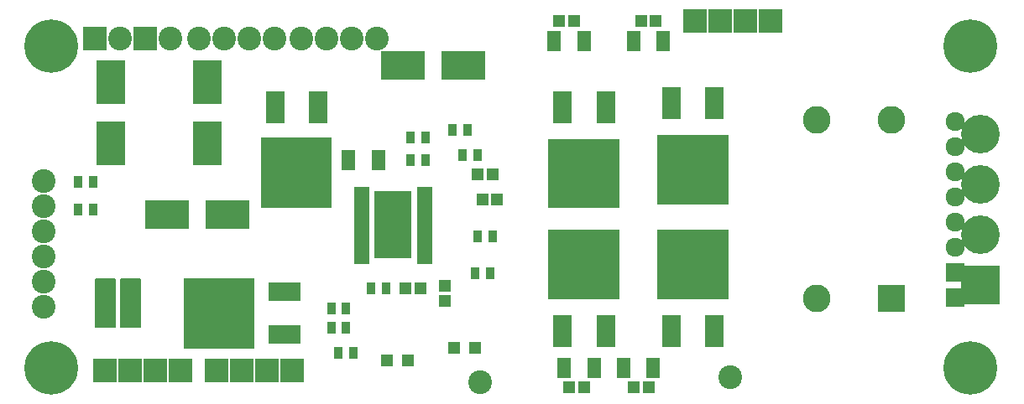
<source format=gbr>
G04 #@! TF.GenerationSoftware,KiCad,Pcbnew,5.0.0-rc2-dev-unknown-94c7809~62~ubuntu16.04.1*
G04 #@! TF.CreationDate,2018-03-26T01:26:19-07:00*
G04 #@! TF.ProjectId,LR7833_Bridge,4C52373833335F4272696467652E6B69,rev?*
G04 #@! TF.SameCoordinates,Original*
G04 #@! TF.FileFunction,Soldermask,Top*
G04 #@! TF.FilePolarity,Negative*
%FSLAX46Y46*%
G04 Gerber Fmt 4.6, Leading zero omitted, Abs format (unit mm)*
G04 Created by KiCad (PCBNEW 5.0.0-rc2-dev-unknown-94c7809~62~ubuntu16.04.1) date Mon Mar 26 01:26:19 2018*
%MOMM*%
%LPD*%
G01*
G04 APERTURE LIST*
%ADD10C,0.150000*%
%ADD11R,2.400000X2.400000*%
%ADD12C,5.400000*%
%ADD13R,2.178000X2.178000*%
%ADD14R,1.950000X3.180000*%
%ADD15R,4.400000X2.900000*%
%ADD16R,1.200000X1.150000*%
%ADD17R,1.150000X1.200000*%
%ADD18R,2.900000X4.400000*%
%ADD19R,1.400000X2.000000*%
%ADD20R,1.200000X1.300000*%
%ADD21C,2.400000*%
%ADD22C,3.900000*%
%ADD23R,3.900000X3.900000*%
%ADD24C,1.924000*%
%ADD25R,1.924000X1.924000*%
%ADD26C,2.800000*%
%ADD27R,2.800000X2.800000*%
%ADD28R,0.900000X1.300000*%
%ADD29R,7.140000X7.130000*%
%ADD30R,3.180000X1.950000*%
%ADD31R,7.130000X7.140000*%
%ADD32R,1.290000X1.500000*%
%ADD33R,1.500000X0.800000*%
G04 APERTURE END LIST*
D10*
G36*
X12700000Y12400000D02*
X10800000Y12400000D01*
X10800000Y7600000D01*
X12700000Y7600000D01*
X12700000Y10100000D01*
X12700000Y12400000D01*
G37*
X12700000Y12400000D02*
X10800000Y12400000D01*
X10800000Y7600000D01*
X12700000Y7600000D01*
X12700000Y10100000D01*
X12700000Y12400000D01*
G36*
X10200000Y12400000D02*
X10200000Y7600000D01*
X8250000Y7600000D01*
X8250000Y12400000D01*
X10200000Y12400000D01*
G37*
X10200000Y12400000D02*
X10200000Y7600000D01*
X8250000Y7600000D01*
X8250000Y12400000D01*
X10200000Y12400000D01*
D11*
X76330000Y38500000D03*
X73790000Y38500000D03*
X71250000Y38500000D03*
X68710000Y38500000D03*
X16810000Y3250000D03*
X14270000Y3250000D03*
X11730000Y3250000D03*
X9190000Y3250000D03*
D12*
X3750000Y36000000D03*
X3750000Y3500000D03*
X96500000Y3500000D03*
D13*
X56600000Y25500000D03*
X58300000Y25500000D03*
X60000000Y25500000D03*
X55000000Y25500000D03*
X55000000Y24100000D03*
X60000000Y24100000D03*
X58300000Y24100000D03*
X56600000Y24100000D03*
X60000000Y22400000D03*
X55000000Y22400000D03*
X56600000Y22400000D03*
X58300000Y22400000D03*
X55000000Y20700000D03*
X56600000Y20700000D03*
X58300000Y20700000D03*
X60000000Y20700000D03*
D14*
X59680000Y29800000D03*
X55320000Y29800000D03*
D15*
X45300000Y34000000D03*
X39200000Y34000000D03*
D16*
X46750000Y23000000D03*
X48250000Y23000000D03*
X48750000Y20500000D03*
X47250000Y20500000D03*
D17*
X43500000Y10250000D03*
X43500000Y11750000D03*
D16*
X56500000Y38500000D03*
X55000000Y38500000D03*
X64750000Y38500000D03*
X63250000Y38500000D03*
X56000000Y1500000D03*
X57500000Y1500000D03*
X62500000Y1500000D03*
X64000000Y1500000D03*
D18*
X9750000Y26200000D03*
X9750000Y32300000D03*
D15*
X21550000Y19000000D03*
X15450000Y19000000D03*
D18*
X19500000Y32300000D03*
X19500000Y26200000D03*
D16*
X41000000Y11500000D03*
X39500000Y11500000D03*
D19*
X36750000Y24500000D03*
X33750000Y24500000D03*
X54500000Y36500000D03*
X57500000Y36500000D03*
X62500000Y36500000D03*
X65500000Y36500000D03*
X58500000Y3500000D03*
X55500000Y3500000D03*
X61500000Y3500000D03*
X64500000Y3500000D03*
D20*
X44400000Y5500000D03*
X46500000Y5500000D03*
X37650000Y4250000D03*
X39750000Y4250000D03*
D21*
X3020000Y22350000D03*
X3020000Y19810000D03*
X3020000Y17270000D03*
X3020000Y14730000D03*
X3020000Y12190000D03*
X3020000Y9650000D03*
D22*
X97500000Y27120000D03*
X97500000Y22040000D03*
X97500000Y16960000D03*
D23*
X97500000Y11880000D03*
D24*
X94960000Y15690000D03*
D25*
X94960000Y13150000D03*
D24*
X94960000Y18230000D03*
X94960000Y20770000D03*
X94960000Y23310000D03*
X94960000Y25850000D03*
D25*
X94960000Y10610000D03*
D24*
X94960000Y28390000D03*
D21*
X15810000Y36770000D03*
D11*
X13270000Y36770000D03*
D21*
X10730000Y36770000D03*
D11*
X8190000Y36770000D03*
X20420000Y3250000D03*
X22960000Y3250000D03*
X25500000Y3250000D03*
X28040000Y3250000D03*
D21*
X28960000Y36750000D03*
X31500000Y36750000D03*
X34040000Y36750000D03*
X36580000Y36750000D03*
X26290000Y36750000D03*
X23750000Y36750000D03*
X21210000Y36750000D03*
X18670000Y36750000D03*
D26*
X81000000Y28500000D03*
X88500000Y28500000D03*
D27*
X88500000Y10500000D03*
D26*
X81000000Y10500000D03*
D28*
X41500000Y26750000D03*
X40000000Y26750000D03*
X45250000Y25000000D03*
X46750000Y25000000D03*
X45750000Y27500000D03*
X44250000Y27500000D03*
X48250000Y16750000D03*
X46750000Y16750000D03*
X46500000Y13000000D03*
X48000000Y13000000D03*
X36000000Y11500000D03*
X37500000Y11500000D03*
X40000000Y24500000D03*
X41500000Y24500000D03*
X32000000Y9500000D03*
X33500000Y9500000D03*
X33500000Y7500000D03*
X32000000Y7500000D03*
X34250000Y5000000D03*
X32750000Y5000000D03*
X8000000Y22250000D03*
X6500000Y22250000D03*
X6500000Y19500000D03*
X8000000Y19500000D03*
D14*
X30680000Y29800000D03*
D29*
X28500000Y23165000D03*
D14*
X26320000Y29800000D03*
D30*
X27300000Y11180000D03*
D31*
X20665000Y9000000D03*
D30*
X27300000Y6820000D03*
D32*
X39525000Y15331250D03*
X38675000Y15331250D03*
X36975000Y15331250D03*
X37825000Y15331250D03*
X37825000Y16387500D03*
X36975000Y16387500D03*
X38675000Y16387500D03*
X39525000Y16387500D03*
X39525000Y17443750D03*
X38675000Y17443750D03*
X36975000Y17443750D03*
X37825000Y17443750D03*
X37825000Y18500000D03*
X36975000Y18500000D03*
X38675000Y18500000D03*
X39525000Y18500000D03*
X39525000Y19556250D03*
X38675000Y19556250D03*
X36975000Y19556250D03*
X37825000Y19556250D03*
X37825000Y20612500D03*
X36975000Y20612500D03*
X38675000Y20612500D03*
X39525000Y20612500D03*
D33*
X35100000Y14275000D03*
X35100000Y14925000D03*
X35100000Y15575000D03*
X35100000Y16225000D03*
X35100000Y16875000D03*
X35100000Y17525000D03*
X35100000Y18175000D03*
X35100000Y18825000D03*
X35100000Y19475000D03*
X35100000Y20125000D03*
X35100000Y20775000D03*
X35100000Y21425000D03*
X41400000Y21425000D03*
X41400000Y20775000D03*
X41400000Y20125000D03*
X41400000Y19475000D03*
X41400000Y18825000D03*
X41400000Y18175000D03*
X41400000Y17525000D03*
X41400000Y16875000D03*
X41400000Y16225000D03*
X41400000Y15575000D03*
X41400000Y14925000D03*
X41400000Y14275000D03*
D14*
X66320000Y30200000D03*
X70680000Y30200000D03*
D13*
X71000000Y21100000D03*
X69300000Y21100000D03*
X67600000Y21100000D03*
X66000000Y21100000D03*
X69300000Y22800000D03*
X67600000Y22800000D03*
X66000000Y22800000D03*
X71000000Y22800000D03*
X67600000Y24500000D03*
X69300000Y24500000D03*
X71000000Y24500000D03*
X66000000Y24500000D03*
X66000000Y25900000D03*
X71000000Y25900000D03*
X69300000Y25900000D03*
X67600000Y25900000D03*
D14*
X59680000Y7200000D03*
X55320000Y7200000D03*
D13*
X55000000Y16300000D03*
X56700000Y16300000D03*
X58400000Y16300000D03*
X60000000Y16300000D03*
X56700000Y14600000D03*
X58400000Y14600000D03*
X60000000Y14600000D03*
X55000000Y14600000D03*
X58400000Y12900000D03*
X56700000Y12900000D03*
X55000000Y12900000D03*
X60000000Y12900000D03*
X60000000Y11500000D03*
X55000000Y11500000D03*
X56700000Y11500000D03*
X58400000Y11500000D03*
X69400000Y11500000D03*
X67700000Y11500000D03*
X66000000Y11500000D03*
X71000000Y11500000D03*
X71000000Y12900000D03*
X66000000Y12900000D03*
X67700000Y12900000D03*
X69400000Y12900000D03*
X66000000Y14600000D03*
X71000000Y14600000D03*
X69400000Y14600000D03*
X67700000Y14600000D03*
X71000000Y16300000D03*
X69400000Y16300000D03*
X67700000Y16300000D03*
X66000000Y16300000D03*
D14*
X66320000Y7200000D03*
X70680000Y7200000D03*
D12*
X96500000Y36000000D03*
D21*
X47000000Y2020000D03*
X72250000Y2520000D03*
M02*

</source>
